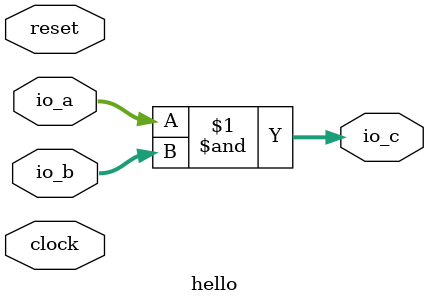
<source format=v>
module hello(
  input        clock,
  input        reset,
  input  [1:0] io_a,
  input  [1:0] io_b,
  output [1:0] io_c
);
  assign io_c = io_a & io_b; // @[helloworld.scala 17:16]
endmodule

</source>
